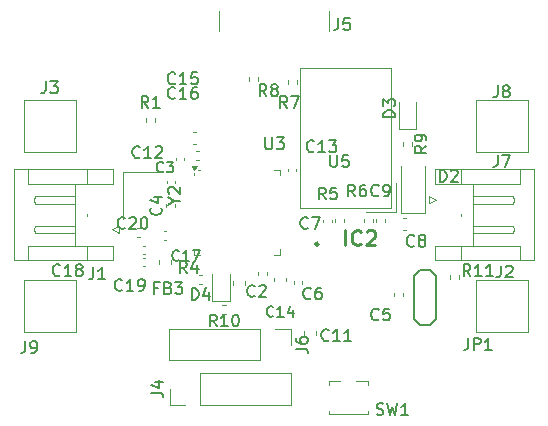
<source format=gbr>
%TF.GenerationSoftware,KiCad,Pcbnew,8.0.2*%
%TF.CreationDate,2024-07-19T14:35:33-04:00*%
%TF.ProjectId,StepperMotorDriver,53746570-7065-4724-9d6f-746f72447269,rev?*%
%TF.SameCoordinates,Original*%
%TF.FileFunction,Legend,Top*%
%TF.FilePolarity,Positive*%
%FSLAX46Y46*%
G04 Gerber Fmt 4.6, Leading zero omitted, Abs format (unit mm)*
G04 Created by KiCad (PCBNEW 8.0.2) date 2024-07-19 14:35:33*
%MOMM*%
%LPD*%
G01*
G04 APERTURE LIST*
%ADD10C,0.150000*%
%ADD11C,0.254000*%
%ADD12C,0.120000*%
%ADD13C,0.250000*%
G04 APERTURE END LIST*
D10*
X125528628Y-103086190D02*
X126004819Y-103086190D01*
X125004819Y-103419523D02*
X125528628Y-103086190D01*
X125528628Y-103086190D02*
X125004819Y-102752857D01*
X125100057Y-102467142D02*
X125052438Y-102419523D01*
X125052438Y-102419523D02*
X125004819Y-102324285D01*
X125004819Y-102324285D02*
X125004819Y-102086190D01*
X125004819Y-102086190D02*
X125052438Y-101990952D01*
X125052438Y-101990952D02*
X125100057Y-101943333D01*
X125100057Y-101943333D02*
X125195295Y-101895714D01*
X125195295Y-101895714D02*
X125290533Y-101895714D01*
X125290533Y-101895714D02*
X125433390Y-101943333D01*
X125433390Y-101943333D02*
X126004819Y-102514761D01*
X126004819Y-102514761D02*
X126004819Y-101895714D01*
X132333333Y-111109580D02*
X132285714Y-111157200D01*
X132285714Y-111157200D02*
X132142857Y-111204819D01*
X132142857Y-111204819D02*
X132047619Y-111204819D01*
X132047619Y-111204819D02*
X131904762Y-111157200D01*
X131904762Y-111157200D02*
X131809524Y-111061961D01*
X131809524Y-111061961D02*
X131761905Y-110966723D01*
X131761905Y-110966723D02*
X131714286Y-110776247D01*
X131714286Y-110776247D02*
X131714286Y-110633390D01*
X131714286Y-110633390D02*
X131761905Y-110442914D01*
X131761905Y-110442914D02*
X131809524Y-110347676D01*
X131809524Y-110347676D02*
X131904762Y-110252438D01*
X131904762Y-110252438D02*
X132047619Y-110204819D01*
X132047619Y-110204819D02*
X132142857Y-110204819D01*
X132142857Y-110204819D02*
X132285714Y-110252438D01*
X132285714Y-110252438D02*
X132333333Y-110300057D01*
X132714286Y-110300057D02*
X132761905Y-110252438D01*
X132761905Y-110252438D02*
X132857143Y-110204819D01*
X132857143Y-110204819D02*
X133095238Y-110204819D01*
X133095238Y-110204819D02*
X133190476Y-110252438D01*
X133190476Y-110252438D02*
X133238095Y-110300057D01*
X133238095Y-110300057D02*
X133285714Y-110395295D01*
X133285714Y-110395295D02*
X133285714Y-110490533D01*
X133285714Y-110490533D02*
X133238095Y-110633390D01*
X133238095Y-110633390D02*
X132666667Y-111204819D01*
X132666667Y-111204819D02*
X133285714Y-111204819D01*
X140833333Y-102704819D02*
X140500000Y-102228628D01*
X140261905Y-102704819D02*
X140261905Y-101704819D01*
X140261905Y-101704819D02*
X140642857Y-101704819D01*
X140642857Y-101704819D02*
X140738095Y-101752438D01*
X140738095Y-101752438D02*
X140785714Y-101800057D01*
X140785714Y-101800057D02*
X140833333Y-101895295D01*
X140833333Y-101895295D02*
X140833333Y-102038152D01*
X140833333Y-102038152D02*
X140785714Y-102133390D01*
X140785714Y-102133390D02*
X140738095Y-102181009D01*
X140738095Y-102181009D02*
X140642857Y-102228628D01*
X140642857Y-102228628D02*
X140261905Y-102228628D01*
X141690476Y-101704819D02*
X141500000Y-101704819D01*
X141500000Y-101704819D02*
X141404762Y-101752438D01*
X141404762Y-101752438D02*
X141357143Y-101800057D01*
X141357143Y-101800057D02*
X141261905Y-101942914D01*
X141261905Y-101942914D02*
X141214286Y-102133390D01*
X141214286Y-102133390D02*
X141214286Y-102514342D01*
X141214286Y-102514342D02*
X141261905Y-102609580D01*
X141261905Y-102609580D02*
X141309524Y-102657200D01*
X141309524Y-102657200D02*
X141404762Y-102704819D01*
X141404762Y-102704819D02*
X141595238Y-102704819D01*
X141595238Y-102704819D02*
X141690476Y-102657200D01*
X141690476Y-102657200D02*
X141738095Y-102609580D01*
X141738095Y-102609580D02*
X141785714Y-102514342D01*
X141785714Y-102514342D02*
X141785714Y-102276247D01*
X141785714Y-102276247D02*
X141738095Y-102181009D01*
X141738095Y-102181009D02*
X141690476Y-102133390D01*
X141690476Y-102133390D02*
X141595238Y-102085771D01*
X141595238Y-102085771D02*
X141404762Y-102085771D01*
X141404762Y-102085771D02*
X141309524Y-102133390D01*
X141309524Y-102133390D02*
X141261905Y-102181009D01*
X141261905Y-102181009D02*
X141214286Y-102276247D01*
X150416666Y-114704819D02*
X150416666Y-115419104D01*
X150416666Y-115419104D02*
X150369047Y-115561961D01*
X150369047Y-115561961D02*
X150273809Y-115657200D01*
X150273809Y-115657200D02*
X150130952Y-115704819D01*
X150130952Y-115704819D02*
X150035714Y-115704819D01*
X150892857Y-115704819D02*
X150892857Y-114704819D01*
X150892857Y-114704819D02*
X151273809Y-114704819D01*
X151273809Y-114704819D02*
X151369047Y-114752438D01*
X151369047Y-114752438D02*
X151416666Y-114800057D01*
X151416666Y-114800057D02*
X151464285Y-114895295D01*
X151464285Y-114895295D02*
X151464285Y-115038152D01*
X151464285Y-115038152D02*
X151416666Y-115133390D01*
X151416666Y-115133390D02*
X151369047Y-115181009D01*
X151369047Y-115181009D02*
X151273809Y-115228628D01*
X151273809Y-115228628D02*
X150892857Y-115228628D01*
X152416666Y-115704819D02*
X151845238Y-115704819D01*
X152130952Y-115704819D02*
X152130952Y-114704819D01*
X152130952Y-114704819D02*
X152035714Y-114847676D01*
X152035714Y-114847676D02*
X151940476Y-114942914D01*
X151940476Y-114942914D02*
X151845238Y-114990533D01*
X129107142Y-113704819D02*
X128773809Y-113228628D01*
X128535714Y-113704819D02*
X128535714Y-112704819D01*
X128535714Y-112704819D02*
X128916666Y-112704819D01*
X128916666Y-112704819D02*
X129011904Y-112752438D01*
X129011904Y-112752438D02*
X129059523Y-112800057D01*
X129059523Y-112800057D02*
X129107142Y-112895295D01*
X129107142Y-112895295D02*
X129107142Y-113038152D01*
X129107142Y-113038152D02*
X129059523Y-113133390D01*
X129059523Y-113133390D02*
X129011904Y-113181009D01*
X129011904Y-113181009D02*
X128916666Y-113228628D01*
X128916666Y-113228628D02*
X128535714Y-113228628D01*
X130059523Y-113704819D02*
X129488095Y-113704819D01*
X129773809Y-113704819D02*
X129773809Y-112704819D01*
X129773809Y-112704819D02*
X129678571Y-112847676D01*
X129678571Y-112847676D02*
X129583333Y-112942914D01*
X129583333Y-112942914D02*
X129488095Y-112990533D01*
X130678571Y-112704819D02*
X130773809Y-112704819D01*
X130773809Y-112704819D02*
X130869047Y-112752438D01*
X130869047Y-112752438D02*
X130916666Y-112800057D01*
X130916666Y-112800057D02*
X130964285Y-112895295D01*
X130964285Y-112895295D02*
X131011904Y-113085771D01*
X131011904Y-113085771D02*
X131011904Y-113323866D01*
X131011904Y-113323866D02*
X130964285Y-113514342D01*
X130964285Y-113514342D02*
X130916666Y-113609580D01*
X130916666Y-113609580D02*
X130869047Y-113657200D01*
X130869047Y-113657200D02*
X130773809Y-113704819D01*
X130773809Y-113704819D02*
X130678571Y-113704819D01*
X130678571Y-113704819D02*
X130583333Y-113657200D01*
X130583333Y-113657200D02*
X130535714Y-113609580D01*
X130535714Y-113609580D02*
X130488095Y-113514342D01*
X130488095Y-113514342D02*
X130440476Y-113323866D01*
X130440476Y-113323866D02*
X130440476Y-113085771D01*
X130440476Y-113085771D02*
X130488095Y-112895295D01*
X130488095Y-112895295D02*
X130535714Y-112800057D01*
X130535714Y-112800057D02*
X130583333Y-112752438D01*
X130583333Y-112752438D02*
X130678571Y-112704819D01*
X153166666Y-108556819D02*
X153166666Y-109271104D01*
X153166666Y-109271104D02*
X153119047Y-109413961D01*
X153119047Y-109413961D02*
X153023809Y-109509200D01*
X153023809Y-109509200D02*
X152880952Y-109556819D01*
X152880952Y-109556819D02*
X152785714Y-109556819D01*
X153595238Y-108652057D02*
X153642857Y-108604438D01*
X153642857Y-108604438D02*
X153738095Y-108556819D01*
X153738095Y-108556819D02*
X153976190Y-108556819D01*
X153976190Y-108556819D02*
X154071428Y-108604438D01*
X154071428Y-108604438D02*
X154119047Y-108652057D01*
X154119047Y-108652057D02*
X154166666Y-108747295D01*
X154166666Y-108747295D02*
X154166666Y-108842533D01*
X154166666Y-108842533D02*
X154119047Y-108985390D01*
X154119047Y-108985390D02*
X153547619Y-109556819D01*
X153547619Y-109556819D02*
X154166666Y-109556819D01*
X121107142Y-110609580D02*
X121059523Y-110657200D01*
X121059523Y-110657200D02*
X120916666Y-110704819D01*
X120916666Y-110704819D02*
X120821428Y-110704819D01*
X120821428Y-110704819D02*
X120678571Y-110657200D01*
X120678571Y-110657200D02*
X120583333Y-110561961D01*
X120583333Y-110561961D02*
X120535714Y-110466723D01*
X120535714Y-110466723D02*
X120488095Y-110276247D01*
X120488095Y-110276247D02*
X120488095Y-110133390D01*
X120488095Y-110133390D02*
X120535714Y-109942914D01*
X120535714Y-109942914D02*
X120583333Y-109847676D01*
X120583333Y-109847676D02*
X120678571Y-109752438D01*
X120678571Y-109752438D02*
X120821428Y-109704819D01*
X120821428Y-109704819D02*
X120916666Y-109704819D01*
X120916666Y-109704819D02*
X121059523Y-109752438D01*
X121059523Y-109752438D02*
X121107142Y-109800057D01*
X122059523Y-110704819D02*
X121488095Y-110704819D01*
X121773809Y-110704819D02*
X121773809Y-109704819D01*
X121773809Y-109704819D02*
X121678571Y-109847676D01*
X121678571Y-109847676D02*
X121583333Y-109942914D01*
X121583333Y-109942914D02*
X121488095Y-109990533D01*
X122535714Y-110704819D02*
X122726190Y-110704819D01*
X122726190Y-110704819D02*
X122821428Y-110657200D01*
X122821428Y-110657200D02*
X122869047Y-110609580D01*
X122869047Y-110609580D02*
X122964285Y-110466723D01*
X122964285Y-110466723D02*
X123011904Y-110276247D01*
X123011904Y-110276247D02*
X123011904Y-109895295D01*
X123011904Y-109895295D02*
X122964285Y-109800057D01*
X122964285Y-109800057D02*
X122916666Y-109752438D01*
X122916666Y-109752438D02*
X122821428Y-109704819D01*
X122821428Y-109704819D02*
X122630952Y-109704819D01*
X122630952Y-109704819D02*
X122535714Y-109752438D01*
X122535714Y-109752438D02*
X122488095Y-109800057D01*
X122488095Y-109800057D02*
X122440476Y-109895295D01*
X122440476Y-109895295D02*
X122440476Y-110133390D01*
X122440476Y-110133390D02*
X122488095Y-110228628D01*
X122488095Y-110228628D02*
X122535714Y-110276247D01*
X122535714Y-110276247D02*
X122630952Y-110323866D01*
X122630952Y-110323866D02*
X122821428Y-110323866D01*
X122821428Y-110323866D02*
X122916666Y-110276247D01*
X122916666Y-110276247D02*
X122964285Y-110228628D01*
X122964285Y-110228628D02*
X123011904Y-110133390D01*
X126583333Y-109204819D02*
X126250000Y-108728628D01*
X126011905Y-109204819D02*
X126011905Y-108204819D01*
X126011905Y-108204819D02*
X126392857Y-108204819D01*
X126392857Y-108204819D02*
X126488095Y-108252438D01*
X126488095Y-108252438D02*
X126535714Y-108300057D01*
X126535714Y-108300057D02*
X126583333Y-108395295D01*
X126583333Y-108395295D02*
X126583333Y-108538152D01*
X126583333Y-108538152D02*
X126535714Y-108633390D01*
X126535714Y-108633390D02*
X126488095Y-108681009D01*
X126488095Y-108681009D02*
X126392857Y-108728628D01*
X126392857Y-108728628D02*
X126011905Y-108728628D01*
X127440476Y-108538152D02*
X127440476Y-109204819D01*
X127202381Y-108157200D02*
X126964286Y-108871485D01*
X126964286Y-108871485D02*
X127583333Y-108871485D01*
X152916666Y-99204819D02*
X152916666Y-99919104D01*
X152916666Y-99919104D02*
X152869047Y-100061961D01*
X152869047Y-100061961D02*
X152773809Y-100157200D01*
X152773809Y-100157200D02*
X152630952Y-100204819D01*
X152630952Y-100204819D02*
X152535714Y-100204819D01*
X153297619Y-99204819D02*
X153964285Y-99204819D01*
X153964285Y-99204819D02*
X153535714Y-100204819D01*
X148011905Y-101454819D02*
X148011905Y-100454819D01*
X148011905Y-100454819D02*
X148250000Y-100454819D01*
X148250000Y-100454819D02*
X148392857Y-100502438D01*
X148392857Y-100502438D02*
X148488095Y-100597676D01*
X148488095Y-100597676D02*
X148535714Y-100692914D01*
X148535714Y-100692914D02*
X148583333Y-100883390D01*
X148583333Y-100883390D02*
X148583333Y-101026247D01*
X148583333Y-101026247D02*
X148535714Y-101216723D01*
X148535714Y-101216723D02*
X148488095Y-101311961D01*
X148488095Y-101311961D02*
X148392857Y-101407200D01*
X148392857Y-101407200D02*
X148250000Y-101454819D01*
X148250000Y-101454819D02*
X148011905Y-101454819D01*
X148964286Y-100550057D02*
X149011905Y-100502438D01*
X149011905Y-100502438D02*
X149107143Y-100454819D01*
X149107143Y-100454819D02*
X149345238Y-100454819D01*
X149345238Y-100454819D02*
X149440476Y-100502438D01*
X149440476Y-100502438D02*
X149488095Y-100550057D01*
X149488095Y-100550057D02*
X149535714Y-100645295D01*
X149535714Y-100645295D02*
X149535714Y-100740533D01*
X149535714Y-100740533D02*
X149488095Y-100883390D01*
X149488095Y-100883390D02*
X148916667Y-101454819D01*
X148916667Y-101454819D02*
X149535714Y-101454819D01*
X142833333Y-113109580D02*
X142785714Y-113157200D01*
X142785714Y-113157200D02*
X142642857Y-113204819D01*
X142642857Y-113204819D02*
X142547619Y-113204819D01*
X142547619Y-113204819D02*
X142404762Y-113157200D01*
X142404762Y-113157200D02*
X142309524Y-113061961D01*
X142309524Y-113061961D02*
X142261905Y-112966723D01*
X142261905Y-112966723D02*
X142214286Y-112776247D01*
X142214286Y-112776247D02*
X142214286Y-112633390D01*
X142214286Y-112633390D02*
X142261905Y-112442914D01*
X142261905Y-112442914D02*
X142309524Y-112347676D01*
X142309524Y-112347676D02*
X142404762Y-112252438D01*
X142404762Y-112252438D02*
X142547619Y-112204819D01*
X142547619Y-112204819D02*
X142642857Y-112204819D01*
X142642857Y-112204819D02*
X142785714Y-112252438D01*
X142785714Y-112252438D02*
X142833333Y-112300057D01*
X143738095Y-112204819D02*
X143261905Y-112204819D01*
X143261905Y-112204819D02*
X143214286Y-112681009D01*
X143214286Y-112681009D02*
X143261905Y-112633390D01*
X143261905Y-112633390D02*
X143357143Y-112585771D01*
X143357143Y-112585771D02*
X143595238Y-112585771D01*
X143595238Y-112585771D02*
X143690476Y-112633390D01*
X143690476Y-112633390D02*
X143738095Y-112681009D01*
X143738095Y-112681009D02*
X143785714Y-112776247D01*
X143785714Y-112776247D02*
X143785714Y-113014342D01*
X143785714Y-113014342D02*
X143738095Y-113109580D01*
X143738095Y-113109580D02*
X143690476Y-113157200D01*
X143690476Y-113157200D02*
X143595238Y-113204819D01*
X143595238Y-113204819D02*
X143357143Y-113204819D01*
X143357143Y-113204819D02*
X143261905Y-113157200D01*
X143261905Y-113157200D02*
X143214286Y-113109580D01*
X123333333Y-95204819D02*
X123000000Y-94728628D01*
X122761905Y-95204819D02*
X122761905Y-94204819D01*
X122761905Y-94204819D02*
X123142857Y-94204819D01*
X123142857Y-94204819D02*
X123238095Y-94252438D01*
X123238095Y-94252438D02*
X123285714Y-94300057D01*
X123285714Y-94300057D02*
X123333333Y-94395295D01*
X123333333Y-94395295D02*
X123333333Y-94538152D01*
X123333333Y-94538152D02*
X123285714Y-94633390D01*
X123285714Y-94633390D02*
X123238095Y-94681009D01*
X123238095Y-94681009D02*
X123142857Y-94728628D01*
X123142857Y-94728628D02*
X122761905Y-94728628D01*
X124285714Y-95204819D02*
X123714286Y-95204819D01*
X124000000Y-95204819D02*
X124000000Y-94204819D01*
X124000000Y-94204819D02*
X123904762Y-94347676D01*
X123904762Y-94347676D02*
X123809524Y-94442914D01*
X123809524Y-94442914D02*
X123714286Y-94490533D01*
X137357142Y-98859580D02*
X137309523Y-98907200D01*
X137309523Y-98907200D02*
X137166666Y-98954819D01*
X137166666Y-98954819D02*
X137071428Y-98954819D01*
X137071428Y-98954819D02*
X136928571Y-98907200D01*
X136928571Y-98907200D02*
X136833333Y-98811961D01*
X136833333Y-98811961D02*
X136785714Y-98716723D01*
X136785714Y-98716723D02*
X136738095Y-98526247D01*
X136738095Y-98526247D02*
X136738095Y-98383390D01*
X136738095Y-98383390D02*
X136785714Y-98192914D01*
X136785714Y-98192914D02*
X136833333Y-98097676D01*
X136833333Y-98097676D02*
X136928571Y-98002438D01*
X136928571Y-98002438D02*
X137071428Y-97954819D01*
X137071428Y-97954819D02*
X137166666Y-97954819D01*
X137166666Y-97954819D02*
X137309523Y-98002438D01*
X137309523Y-98002438D02*
X137357142Y-98050057D01*
X138309523Y-98954819D02*
X137738095Y-98954819D01*
X138023809Y-98954819D02*
X138023809Y-97954819D01*
X138023809Y-97954819D02*
X137928571Y-98097676D01*
X137928571Y-98097676D02*
X137833333Y-98192914D01*
X137833333Y-98192914D02*
X137738095Y-98240533D01*
X138642857Y-97954819D02*
X139261904Y-97954819D01*
X139261904Y-97954819D02*
X138928571Y-98335771D01*
X138928571Y-98335771D02*
X139071428Y-98335771D01*
X139071428Y-98335771D02*
X139166666Y-98383390D01*
X139166666Y-98383390D02*
X139214285Y-98431009D01*
X139214285Y-98431009D02*
X139261904Y-98526247D01*
X139261904Y-98526247D02*
X139261904Y-98764342D01*
X139261904Y-98764342D02*
X139214285Y-98859580D01*
X139214285Y-98859580D02*
X139166666Y-98907200D01*
X139166666Y-98907200D02*
X139071428Y-98954819D01*
X139071428Y-98954819D02*
X138785714Y-98954819D01*
X138785714Y-98954819D02*
X138690476Y-98907200D01*
X138690476Y-98907200D02*
X138642857Y-98859580D01*
X122607142Y-99359580D02*
X122559523Y-99407200D01*
X122559523Y-99407200D02*
X122416666Y-99454819D01*
X122416666Y-99454819D02*
X122321428Y-99454819D01*
X122321428Y-99454819D02*
X122178571Y-99407200D01*
X122178571Y-99407200D02*
X122083333Y-99311961D01*
X122083333Y-99311961D02*
X122035714Y-99216723D01*
X122035714Y-99216723D02*
X121988095Y-99026247D01*
X121988095Y-99026247D02*
X121988095Y-98883390D01*
X121988095Y-98883390D02*
X122035714Y-98692914D01*
X122035714Y-98692914D02*
X122083333Y-98597676D01*
X122083333Y-98597676D02*
X122178571Y-98502438D01*
X122178571Y-98502438D02*
X122321428Y-98454819D01*
X122321428Y-98454819D02*
X122416666Y-98454819D01*
X122416666Y-98454819D02*
X122559523Y-98502438D01*
X122559523Y-98502438D02*
X122607142Y-98550057D01*
X123559523Y-99454819D02*
X122988095Y-99454819D01*
X123273809Y-99454819D02*
X123273809Y-98454819D01*
X123273809Y-98454819D02*
X123178571Y-98597676D01*
X123178571Y-98597676D02*
X123083333Y-98692914D01*
X123083333Y-98692914D02*
X122988095Y-98740533D01*
X123940476Y-98550057D02*
X123988095Y-98502438D01*
X123988095Y-98502438D02*
X124083333Y-98454819D01*
X124083333Y-98454819D02*
X124321428Y-98454819D01*
X124321428Y-98454819D02*
X124416666Y-98502438D01*
X124416666Y-98502438D02*
X124464285Y-98550057D01*
X124464285Y-98550057D02*
X124511904Y-98645295D01*
X124511904Y-98645295D02*
X124511904Y-98740533D01*
X124511904Y-98740533D02*
X124464285Y-98883390D01*
X124464285Y-98883390D02*
X123892857Y-99454819D01*
X123892857Y-99454819D02*
X124511904Y-99454819D01*
X142666667Y-121157200D02*
X142809524Y-121204819D01*
X142809524Y-121204819D02*
X143047619Y-121204819D01*
X143047619Y-121204819D02*
X143142857Y-121157200D01*
X143142857Y-121157200D02*
X143190476Y-121109580D01*
X143190476Y-121109580D02*
X143238095Y-121014342D01*
X143238095Y-121014342D02*
X143238095Y-120919104D01*
X143238095Y-120919104D02*
X143190476Y-120823866D01*
X143190476Y-120823866D02*
X143142857Y-120776247D01*
X143142857Y-120776247D02*
X143047619Y-120728628D01*
X143047619Y-120728628D02*
X142857143Y-120681009D01*
X142857143Y-120681009D02*
X142761905Y-120633390D01*
X142761905Y-120633390D02*
X142714286Y-120585771D01*
X142714286Y-120585771D02*
X142666667Y-120490533D01*
X142666667Y-120490533D02*
X142666667Y-120395295D01*
X142666667Y-120395295D02*
X142714286Y-120300057D01*
X142714286Y-120300057D02*
X142761905Y-120252438D01*
X142761905Y-120252438D02*
X142857143Y-120204819D01*
X142857143Y-120204819D02*
X143095238Y-120204819D01*
X143095238Y-120204819D02*
X143238095Y-120252438D01*
X143571429Y-120204819D02*
X143809524Y-121204819D01*
X143809524Y-121204819D02*
X144000000Y-120490533D01*
X144000000Y-120490533D02*
X144190476Y-121204819D01*
X144190476Y-121204819D02*
X144428572Y-120204819D01*
X145333333Y-121204819D02*
X144761905Y-121204819D01*
X145047619Y-121204819D02*
X145047619Y-120204819D01*
X145047619Y-120204819D02*
X144952381Y-120347676D01*
X144952381Y-120347676D02*
X144857143Y-120442914D01*
X144857143Y-120442914D02*
X144761905Y-120490533D01*
X146874819Y-98416666D02*
X146398628Y-98749999D01*
X146874819Y-98988094D02*
X145874819Y-98988094D01*
X145874819Y-98988094D02*
X145874819Y-98607142D01*
X145874819Y-98607142D02*
X145922438Y-98511904D01*
X145922438Y-98511904D02*
X145970057Y-98464285D01*
X145970057Y-98464285D02*
X146065295Y-98416666D01*
X146065295Y-98416666D02*
X146208152Y-98416666D01*
X146208152Y-98416666D02*
X146303390Y-98464285D01*
X146303390Y-98464285D02*
X146351009Y-98511904D01*
X146351009Y-98511904D02*
X146398628Y-98607142D01*
X146398628Y-98607142D02*
X146398628Y-98988094D01*
X146874819Y-97940475D02*
X146874819Y-97749999D01*
X146874819Y-97749999D02*
X146827200Y-97654761D01*
X146827200Y-97654761D02*
X146779580Y-97607142D01*
X146779580Y-97607142D02*
X146636723Y-97511904D01*
X146636723Y-97511904D02*
X146446247Y-97464285D01*
X146446247Y-97464285D02*
X146065295Y-97464285D01*
X146065295Y-97464285D02*
X145970057Y-97511904D01*
X145970057Y-97511904D02*
X145922438Y-97559523D01*
X145922438Y-97559523D02*
X145874819Y-97654761D01*
X145874819Y-97654761D02*
X145874819Y-97845237D01*
X145874819Y-97845237D02*
X145922438Y-97940475D01*
X145922438Y-97940475D02*
X145970057Y-97988094D01*
X145970057Y-97988094D02*
X146065295Y-98035713D01*
X146065295Y-98035713D02*
X146303390Y-98035713D01*
X146303390Y-98035713D02*
X146398628Y-97988094D01*
X146398628Y-97988094D02*
X146446247Y-97940475D01*
X146446247Y-97940475D02*
X146493866Y-97845237D01*
X146493866Y-97845237D02*
X146493866Y-97654761D01*
X146493866Y-97654761D02*
X146446247Y-97559523D01*
X146446247Y-97559523D02*
X146398628Y-97511904D01*
X146398628Y-97511904D02*
X146303390Y-97464285D01*
X145833333Y-106859580D02*
X145785714Y-106907200D01*
X145785714Y-106907200D02*
X145642857Y-106954819D01*
X145642857Y-106954819D02*
X145547619Y-106954819D01*
X145547619Y-106954819D02*
X145404762Y-106907200D01*
X145404762Y-106907200D02*
X145309524Y-106811961D01*
X145309524Y-106811961D02*
X145261905Y-106716723D01*
X145261905Y-106716723D02*
X145214286Y-106526247D01*
X145214286Y-106526247D02*
X145214286Y-106383390D01*
X145214286Y-106383390D02*
X145261905Y-106192914D01*
X145261905Y-106192914D02*
X145309524Y-106097676D01*
X145309524Y-106097676D02*
X145404762Y-106002438D01*
X145404762Y-106002438D02*
X145547619Y-105954819D01*
X145547619Y-105954819D02*
X145642857Y-105954819D01*
X145642857Y-105954819D02*
X145785714Y-106002438D01*
X145785714Y-106002438D02*
X145833333Y-106050057D01*
X146404762Y-106383390D02*
X146309524Y-106335771D01*
X146309524Y-106335771D02*
X146261905Y-106288152D01*
X146261905Y-106288152D02*
X146214286Y-106192914D01*
X146214286Y-106192914D02*
X146214286Y-106145295D01*
X146214286Y-106145295D02*
X146261905Y-106050057D01*
X146261905Y-106050057D02*
X146309524Y-106002438D01*
X146309524Y-106002438D02*
X146404762Y-105954819D01*
X146404762Y-105954819D02*
X146595238Y-105954819D01*
X146595238Y-105954819D02*
X146690476Y-106002438D01*
X146690476Y-106002438D02*
X146738095Y-106050057D01*
X146738095Y-106050057D02*
X146785714Y-106145295D01*
X146785714Y-106145295D02*
X146785714Y-106192914D01*
X146785714Y-106192914D02*
X146738095Y-106288152D01*
X146738095Y-106288152D02*
X146690476Y-106335771D01*
X146690476Y-106335771D02*
X146595238Y-106383390D01*
X146595238Y-106383390D02*
X146404762Y-106383390D01*
X146404762Y-106383390D02*
X146309524Y-106431009D01*
X146309524Y-106431009D02*
X146261905Y-106478628D01*
X146261905Y-106478628D02*
X146214286Y-106573866D01*
X146214286Y-106573866D02*
X146214286Y-106764342D01*
X146214286Y-106764342D02*
X146261905Y-106859580D01*
X146261905Y-106859580D02*
X146309524Y-106907200D01*
X146309524Y-106907200D02*
X146404762Y-106954819D01*
X146404762Y-106954819D02*
X146595238Y-106954819D01*
X146595238Y-106954819D02*
X146690476Y-106907200D01*
X146690476Y-106907200D02*
X146738095Y-106859580D01*
X146738095Y-106859580D02*
X146785714Y-106764342D01*
X146785714Y-106764342D02*
X146785714Y-106573866D01*
X146785714Y-106573866D02*
X146738095Y-106478628D01*
X146738095Y-106478628D02*
X146690476Y-106431009D01*
X146690476Y-106431009D02*
X146595238Y-106383390D01*
X124166666Y-110431009D02*
X123833333Y-110431009D01*
X123833333Y-110954819D02*
X123833333Y-109954819D01*
X123833333Y-109954819D02*
X124309523Y-109954819D01*
X125023809Y-110431009D02*
X125166666Y-110478628D01*
X125166666Y-110478628D02*
X125214285Y-110526247D01*
X125214285Y-110526247D02*
X125261904Y-110621485D01*
X125261904Y-110621485D02*
X125261904Y-110764342D01*
X125261904Y-110764342D02*
X125214285Y-110859580D01*
X125214285Y-110859580D02*
X125166666Y-110907200D01*
X125166666Y-110907200D02*
X125071428Y-110954819D01*
X125071428Y-110954819D02*
X124690476Y-110954819D01*
X124690476Y-110954819D02*
X124690476Y-109954819D01*
X124690476Y-109954819D02*
X125023809Y-109954819D01*
X125023809Y-109954819D02*
X125119047Y-110002438D01*
X125119047Y-110002438D02*
X125166666Y-110050057D01*
X125166666Y-110050057D02*
X125214285Y-110145295D01*
X125214285Y-110145295D02*
X125214285Y-110240533D01*
X125214285Y-110240533D02*
X125166666Y-110335771D01*
X125166666Y-110335771D02*
X125119047Y-110383390D01*
X125119047Y-110383390D02*
X125023809Y-110431009D01*
X125023809Y-110431009D02*
X124690476Y-110431009D01*
X125595238Y-109954819D02*
X126214285Y-109954819D01*
X126214285Y-109954819D02*
X125880952Y-110335771D01*
X125880952Y-110335771D02*
X126023809Y-110335771D01*
X126023809Y-110335771D02*
X126119047Y-110383390D01*
X126119047Y-110383390D02*
X126166666Y-110431009D01*
X126166666Y-110431009D02*
X126214285Y-110526247D01*
X126214285Y-110526247D02*
X126214285Y-110764342D01*
X126214285Y-110764342D02*
X126166666Y-110859580D01*
X126166666Y-110859580D02*
X126119047Y-110907200D01*
X126119047Y-110907200D02*
X126023809Y-110954819D01*
X126023809Y-110954819D02*
X125738095Y-110954819D01*
X125738095Y-110954819D02*
X125642857Y-110907200D01*
X125642857Y-110907200D02*
X125595238Y-110859580D01*
X136833333Y-105359580D02*
X136785714Y-105407200D01*
X136785714Y-105407200D02*
X136642857Y-105454819D01*
X136642857Y-105454819D02*
X136547619Y-105454819D01*
X136547619Y-105454819D02*
X136404762Y-105407200D01*
X136404762Y-105407200D02*
X136309524Y-105311961D01*
X136309524Y-105311961D02*
X136261905Y-105216723D01*
X136261905Y-105216723D02*
X136214286Y-105026247D01*
X136214286Y-105026247D02*
X136214286Y-104883390D01*
X136214286Y-104883390D02*
X136261905Y-104692914D01*
X136261905Y-104692914D02*
X136309524Y-104597676D01*
X136309524Y-104597676D02*
X136404762Y-104502438D01*
X136404762Y-104502438D02*
X136547619Y-104454819D01*
X136547619Y-104454819D02*
X136642857Y-104454819D01*
X136642857Y-104454819D02*
X136785714Y-104502438D01*
X136785714Y-104502438D02*
X136833333Y-104550057D01*
X137166667Y-104454819D02*
X137833333Y-104454819D01*
X137833333Y-104454819D02*
X137404762Y-105454819D01*
X112916666Y-114954819D02*
X112916666Y-115669104D01*
X112916666Y-115669104D02*
X112869047Y-115811961D01*
X112869047Y-115811961D02*
X112773809Y-115907200D01*
X112773809Y-115907200D02*
X112630952Y-115954819D01*
X112630952Y-115954819D02*
X112535714Y-115954819D01*
X113440476Y-115954819D02*
X113630952Y-115954819D01*
X113630952Y-115954819D02*
X113726190Y-115907200D01*
X113726190Y-115907200D02*
X113773809Y-115859580D01*
X113773809Y-115859580D02*
X113869047Y-115716723D01*
X113869047Y-115716723D02*
X113916666Y-115526247D01*
X113916666Y-115526247D02*
X113916666Y-115145295D01*
X113916666Y-115145295D02*
X113869047Y-115050057D01*
X113869047Y-115050057D02*
X113821428Y-115002438D01*
X113821428Y-115002438D02*
X113726190Y-114954819D01*
X113726190Y-114954819D02*
X113535714Y-114954819D01*
X113535714Y-114954819D02*
X113440476Y-115002438D01*
X113440476Y-115002438D02*
X113392857Y-115050057D01*
X113392857Y-115050057D02*
X113345238Y-115145295D01*
X113345238Y-115145295D02*
X113345238Y-115383390D01*
X113345238Y-115383390D02*
X113392857Y-115478628D01*
X113392857Y-115478628D02*
X113440476Y-115526247D01*
X113440476Y-115526247D02*
X113535714Y-115573866D01*
X113535714Y-115573866D02*
X113726190Y-115573866D01*
X113726190Y-115573866D02*
X113821428Y-115526247D01*
X113821428Y-115526247D02*
X113869047Y-115478628D01*
X113869047Y-115478628D02*
X113916666Y-115383390D01*
X152916666Y-93306819D02*
X152916666Y-94021104D01*
X152916666Y-94021104D02*
X152869047Y-94163961D01*
X152869047Y-94163961D02*
X152773809Y-94259200D01*
X152773809Y-94259200D02*
X152630952Y-94306819D01*
X152630952Y-94306819D02*
X152535714Y-94306819D01*
X153535714Y-93735390D02*
X153440476Y-93687771D01*
X153440476Y-93687771D02*
X153392857Y-93640152D01*
X153392857Y-93640152D02*
X153345238Y-93544914D01*
X153345238Y-93544914D02*
X153345238Y-93497295D01*
X153345238Y-93497295D02*
X153392857Y-93402057D01*
X153392857Y-93402057D02*
X153440476Y-93354438D01*
X153440476Y-93354438D02*
X153535714Y-93306819D01*
X153535714Y-93306819D02*
X153726190Y-93306819D01*
X153726190Y-93306819D02*
X153821428Y-93354438D01*
X153821428Y-93354438D02*
X153869047Y-93402057D01*
X153869047Y-93402057D02*
X153916666Y-93497295D01*
X153916666Y-93497295D02*
X153916666Y-93544914D01*
X153916666Y-93544914D02*
X153869047Y-93640152D01*
X153869047Y-93640152D02*
X153821428Y-93687771D01*
X153821428Y-93687771D02*
X153726190Y-93735390D01*
X153726190Y-93735390D02*
X153535714Y-93735390D01*
X153535714Y-93735390D02*
X153440476Y-93783009D01*
X153440476Y-93783009D02*
X153392857Y-93830628D01*
X153392857Y-93830628D02*
X153345238Y-93925866D01*
X153345238Y-93925866D02*
X153345238Y-94116342D01*
X153345238Y-94116342D02*
X153392857Y-94211580D01*
X153392857Y-94211580D02*
X153440476Y-94259200D01*
X153440476Y-94259200D02*
X153535714Y-94306819D01*
X153535714Y-94306819D02*
X153726190Y-94306819D01*
X153726190Y-94306819D02*
X153821428Y-94259200D01*
X153821428Y-94259200D02*
X153869047Y-94211580D01*
X153869047Y-94211580D02*
X153916666Y-94116342D01*
X153916666Y-94116342D02*
X153916666Y-93925866D01*
X153916666Y-93925866D02*
X153869047Y-93830628D01*
X153869047Y-93830628D02*
X153821428Y-93783009D01*
X153821428Y-93783009D02*
X153726190Y-93735390D01*
X118666666Y-108704819D02*
X118666666Y-109419104D01*
X118666666Y-109419104D02*
X118619047Y-109561961D01*
X118619047Y-109561961D02*
X118523809Y-109657200D01*
X118523809Y-109657200D02*
X118380952Y-109704819D01*
X118380952Y-109704819D02*
X118285714Y-109704819D01*
X119666666Y-109704819D02*
X119095238Y-109704819D01*
X119380952Y-109704819D02*
X119380952Y-108704819D01*
X119380952Y-108704819D02*
X119285714Y-108847676D01*
X119285714Y-108847676D02*
X119190476Y-108942914D01*
X119190476Y-108942914D02*
X119095238Y-108990533D01*
X137083333Y-111319580D02*
X137035714Y-111367200D01*
X137035714Y-111367200D02*
X136892857Y-111414819D01*
X136892857Y-111414819D02*
X136797619Y-111414819D01*
X136797619Y-111414819D02*
X136654762Y-111367200D01*
X136654762Y-111367200D02*
X136559524Y-111271961D01*
X136559524Y-111271961D02*
X136511905Y-111176723D01*
X136511905Y-111176723D02*
X136464286Y-110986247D01*
X136464286Y-110986247D02*
X136464286Y-110843390D01*
X136464286Y-110843390D02*
X136511905Y-110652914D01*
X136511905Y-110652914D02*
X136559524Y-110557676D01*
X136559524Y-110557676D02*
X136654762Y-110462438D01*
X136654762Y-110462438D02*
X136797619Y-110414819D01*
X136797619Y-110414819D02*
X136892857Y-110414819D01*
X136892857Y-110414819D02*
X137035714Y-110462438D01*
X137035714Y-110462438D02*
X137083333Y-110510057D01*
X137940476Y-110414819D02*
X137750000Y-110414819D01*
X137750000Y-110414819D02*
X137654762Y-110462438D01*
X137654762Y-110462438D02*
X137607143Y-110510057D01*
X137607143Y-110510057D02*
X137511905Y-110652914D01*
X137511905Y-110652914D02*
X137464286Y-110843390D01*
X137464286Y-110843390D02*
X137464286Y-111224342D01*
X137464286Y-111224342D02*
X137511905Y-111319580D01*
X137511905Y-111319580D02*
X137559524Y-111367200D01*
X137559524Y-111367200D02*
X137654762Y-111414819D01*
X137654762Y-111414819D02*
X137845238Y-111414819D01*
X137845238Y-111414819D02*
X137940476Y-111367200D01*
X137940476Y-111367200D02*
X137988095Y-111319580D01*
X137988095Y-111319580D02*
X138035714Y-111224342D01*
X138035714Y-111224342D02*
X138035714Y-110986247D01*
X138035714Y-110986247D02*
X137988095Y-110891009D01*
X137988095Y-110891009D02*
X137940476Y-110843390D01*
X137940476Y-110843390D02*
X137845238Y-110795771D01*
X137845238Y-110795771D02*
X137654762Y-110795771D01*
X137654762Y-110795771D02*
X137559524Y-110843390D01*
X137559524Y-110843390D02*
X137511905Y-110891009D01*
X137511905Y-110891009D02*
X137464286Y-110986247D01*
X135083333Y-95224819D02*
X134750000Y-94748628D01*
X134511905Y-95224819D02*
X134511905Y-94224819D01*
X134511905Y-94224819D02*
X134892857Y-94224819D01*
X134892857Y-94224819D02*
X134988095Y-94272438D01*
X134988095Y-94272438D02*
X135035714Y-94320057D01*
X135035714Y-94320057D02*
X135083333Y-94415295D01*
X135083333Y-94415295D02*
X135083333Y-94558152D01*
X135083333Y-94558152D02*
X135035714Y-94653390D01*
X135035714Y-94653390D02*
X134988095Y-94701009D01*
X134988095Y-94701009D02*
X134892857Y-94748628D01*
X134892857Y-94748628D02*
X134511905Y-94748628D01*
X135416667Y-94224819D02*
X136083333Y-94224819D01*
X136083333Y-94224819D02*
X135654762Y-95224819D01*
X138333333Y-102954819D02*
X138000000Y-102478628D01*
X137761905Y-102954819D02*
X137761905Y-101954819D01*
X137761905Y-101954819D02*
X138142857Y-101954819D01*
X138142857Y-101954819D02*
X138238095Y-102002438D01*
X138238095Y-102002438D02*
X138285714Y-102050057D01*
X138285714Y-102050057D02*
X138333333Y-102145295D01*
X138333333Y-102145295D02*
X138333333Y-102288152D01*
X138333333Y-102288152D02*
X138285714Y-102383390D01*
X138285714Y-102383390D02*
X138238095Y-102431009D01*
X138238095Y-102431009D02*
X138142857Y-102478628D01*
X138142857Y-102478628D02*
X137761905Y-102478628D01*
X139238095Y-101954819D02*
X138761905Y-101954819D01*
X138761905Y-101954819D02*
X138714286Y-102431009D01*
X138714286Y-102431009D02*
X138761905Y-102383390D01*
X138761905Y-102383390D02*
X138857143Y-102335771D01*
X138857143Y-102335771D02*
X139095238Y-102335771D01*
X139095238Y-102335771D02*
X139190476Y-102383390D01*
X139190476Y-102383390D02*
X139238095Y-102431009D01*
X139238095Y-102431009D02*
X139285714Y-102526247D01*
X139285714Y-102526247D02*
X139285714Y-102764342D01*
X139285714Y-102764342D02*
X139238095Y-102859580D01*
X139238095Y-102859580D02*
X139190476Y-102907200D01*
X139190476Y-102907200D02*
X139095238Y-102954819D01*
X139095238Y-102954819D02*
X138857143Y-102954819D01*
X138857143Y-102954819D02*
X138761905Y-102907200D01*
X138761905Y-102907200D02*
X138714286Y-102859580D01*
X124600000Y-100572842D02*
X124557143Y-100615700D01*
X124557143Y-100615700D02*
X124428571Y-100658557D01*
X124428571Y-100658557D02*
X124342857Y-100658557D01*
X124342857Y-100658557D02*
X124214286Y-100615700D01*
X124214286Y-100615700D02*
X124128571Y-100529985D01*
X124128571Y-100529985D02*
X124085714Y-100444271D01*
X124085714Y-100444271D02*
X124042857Y-100272842D01*
X124042857Y-100272842D02*
X124042857Y-100144271D01*
X124042857Y-100144271D02*
X124085714Y-99972842D01*
X124085714Y-99972842D02*
X124128571Y-99887128D01*
X124128571Y-99887128D02*
X124214286Y-99801414D01*
X124214286Y-99801414D02*
X124342857Y-99758557D01*
X124342857Y-99758557D02*
X124428571Y-99758557D01*
X124428571Y-99758557D02*
X124557143Y-99801414D01*
X124557143Y-99801414D02*
X124600000Y-99844271D01*
X124900000Y-99758557D02*
X125457143Y-99758557D01*
X125457143Y-99758557D02*
X125157143Y-100101414D01*
X125157143Y-100101414D02*
X125285714Y-100101414D01*
X125285714Y-100101414D02*
X125371429Y-100144271D01*
X125371429Y-100144271D02*
X125414286Y-100187128D01*
X125414286Y-100187128D02*
X125457143Y-100272842D01*
X125457143Y-100272842D02*
X125457143Y-100487128D01*
X125457143Y-100487128D02*
X125414286Y-100572842D01*
X125414286Y-100572842D02*
X125371429Y-100615700D01*
X125371429Y-100615700D02*
X125285714Y-100658557D01*
X125285714Y-100658557D02*
X125028571Y-100658557D01*
X125028571Y-100658557D02*
X124942857Y-100615700D01*
X124942857Y-100615700D02*
X124900000Y-100572842D01*
X114666666Y-92954819D02*
X114666666Y-93669104D01*
X114666666Y-93669104D02*
X114619047Y-93811961D01*
X114619047Y-93811961D02*
X114523809Y-93907200D01*
X114523809Y-93907200D02*
X114380952Y-93954819D01*
X114380952Y-93954819D02*
X114285714Y-93954819D01*
X115047619Y-92954819D02*
X115666666Y-92954819D01*
X115666666Y-92954819D02*
X115333333Y-93335771D01*
X115333333Y-93335771D02*
X115476190Y-93335771D01*
X115476190Y-93335771D02*
X115571428Y-93383390D01*
X115571428Y-93383390D02*
X115619047Y-93431009D01*
X115619047Y-93431009D02*
X115666666Y-93526247D01*
X115666666Y-93526247D02*
X115666666Y-93764342D01*
X115666666Y-93764342D02*
X115619047Y-93859580D01*
X115619047Y-93859580D02*
X115571428Y-93907200D01*
X115571428Y-93907200D02*
X115476190Y-93954819D01*
X115476190Y-93954819D02*
X115190476Y-93954819D01*
X115190476Y-93954819D02*
X115095238Y-93907200D01*
X115095238Y-93907200D02*
X115047619Y-93859580D01*
X115857142Y-109359580D02*
X115809523Y-109407200D01*
X115809523Y-109407200D02*
X115666666Y-109454819D01*
X115666666Y-109454819D02*
X115571428Y-109454819D01*
X115571428Y-109454819D02*
X115428571Y-109407200D01*
X115428571Y-109407200D02*
X115333333Y-109311961D01*
X115333333Y-109311961D02*
X115285714Y-109216723D01*
X115285714Y-109216723D02*
X115238095Y-109026247D01*
X115238095Y-109026247D02*
X115238095Y-108883390D01*
X115238095Y-108883390D02*
X115285714Y-108692914D01*
X115285714Y-108692914D02*
X115333333Y-108597676D01*
X115333333Y-108597676D02*
X115428571Y-108502438D01*
X115428571Y-108502438D02*
X115571428Y-108454819D01*
X115571428Y-108454819D02*
X115666666Y-108454819D01*
X115666666Y-108454819D02*
X115809523Y-108502438D01*
X115809523Y-108502438D02*
X115857142Y-108550057D01*
X116809523Y-109454819D02*
X116238095Y-109454819D01*
X116523809Y-109454819D02*
X116523809Y-108454819D01*
X116523809Y-108454819D02*
X116428571Y-108597676D01*
X116428571Y-108597676D02*
X116333333Y-108692914D01*
X116333333Y-108692914D02*
X116238095Y-108740533D01*
X117380952Y-108883390D02*
X117285714Y-108835771D01*
X117285714Y-108835771D02*
X117238095Y-108788152D01*
X117238095Y-108788152D02*
X117190476Y-108692914D01*
X117190476Y-108692914D02*
X117190476Y-108645295D01*
X117190476Y-108645295D02*
X117238095Y-108550057D01*
X117238095Y-108550057D02*
X117285714Y-108502438D01*
X117285714Y-108502438D02*
X117380952Y-108454819D01*
X117380952Y-108454819D02*
X117571428Y-108454819D01*
X117571428Y-108454819D02*
X117666666Y-108502438D01*
X117666666Y-108502438D02*
X117714285Y-108550057D01*
X117714285Y-108550057D02*
X117761904Y-108645295D01*
X117761904Y-108645295D02*
X117761904Y-108692914D01*
X117761904Y-108692914D02*
X117714285Y-108788152D01*
X117714285Y-108788152D02*
X117666666Y-108835771D01*
X117666666Y-108835771D02*
X117571428Y-108883390D01*
X117571428Y-108883390D02*
X117380952Y-108883390D01*
X117380952Y-108883390D02*
X117285714Y-108931009D01*
X117285714Y-108931009D02*
X117238095Y-108978628D01*
X117238095Y-108978628D02*
X117190476Y-109073866D01*
X117190476Y-109073866D02*
X117190476Y-109264342D01*
X117190476Y-109264342D02*
X117238095Y-109359580D01*
X117238095Y-109359580D02*
X117285714Y-109407200D01*
X117285714Y-109407200D02*
X117380952Y-109454819D01*
X117380952Y-109454819D02*
X117571428Y-109454819D01*
X117571428Y-109454819D02*
X117666666Y-109407200D01*
X117666666Y-109407200D02*
X117714285Y-109359580D01*
X117714285Y-109359580D02*
X117761904Y-109264342D01*
X117761904Y-109264342D02*
X117761904Y-109073866D01*
X117761904Y-109073866D02*
X117714285Y-108978628D01*
X117714285Y-108978628D02*
X117666666Y-108931009D01*
X117666666Y-108931009D02*
X117571428Y-108883390D01*
X150607142Y-109454819D02*
X150273809Y-108978628D01*
X150035714Y-109454819D02*
X150035714Y-108454819D01*
X150035714Y-108454819D02*
X150416666Y-108454819D01*
X150416666Y-108454819D02*
X150511904Y-108502438D01*
X150511904Y-108502438D02*
X150559523Y-108550057D01*
X150559523Y-108550057D02*
X150607142Y-108645295D01*
X150607142Y-108645295D02*
X150607142Y-108788152D01*
X150607142Y-108788152D02*
X150559523Y-108883390D01*
X150559523Y-108883390D02*
X150511904Y-108931009D01*
X150511904Y-108931009D02*
X150416666Y-108978628D01*
X150416666Y-108978628D02*
X150035714Y-108978628D01*
X151559523Y-109454819D02*
X150988095Y-109454819D01*
X151273809Y-109454819D02*
X151273809Y-108454819D01*
X151273809Y-108454819D02*
X151178571Y-108597676D01*
X151178571Y-108597676D02*
X151083333Y-108692914D01*
X151083333Y-108692914D02*
X150988095Y-108740533D01*
X152511904Y-109454819D02*
X151940476Y-109454819D01*
X152226190Y-109454819D02*
X152226190Y-108454819D01*
X152226190Y-108454819D02*
X152130952Y-108597676D01*
X152130952Y-108597676D02*
X152035714Y-108692914D01*
X152035714Y-108692914D02*
X151940476Y-108740533D01*
X133333333Y-94214819D02*
X133000000Y-93738628D01*
X132761905Y-94214819D02*
X132761905Y-93214819D01*
X132761905Y-93214819D02*
X133142857Y-93214819D01*
X133142857Y-93214819D02*
X133238095Y-93262438D01*
X133238095Y-93262438D02*
X133285714Y-93310057D01*
X133285714Y-93310057D02*
X133333333Y-93405295D01*
X133333333Y-93405295D02*
X133333333Y-93548152D01*
X133333333Y-93548152D02*
X133285714Y-93643390D01*
X133285714Y-93643390D02*
X133238095Y-93691009D01*
X133238095Y-93691009D02*
X133142857Y-93738628D01*
X133142857Y-93738628D02*
X132761905Y-93738628D01*
X133904762Y-93643390D02*
X133809524Y-93595771D01*
X133809524Y-93595771D02*
X133761905Y-93548152D01*
X133761905Y-93548152D02*
X133714286Y-93452914D01*
X133714286Y-93452914D02*
X133714286Y-93405295D01*
X133714286Y-93405295D02*
X133761905Y-93310057D01*
X133761905Y-93310057D02*
X133809524Y-93262438D01*
X133809524Y-93262438D02*
X133904762Y-93214819D01*
X133904762Y-93214819D02*
X134095238Y-93214819D01*
X134095238Y-93214819D02*
X134190476Y-93262438D01*
X134190476Y-93262438D02*
X134238095Y-93310057D01*
X134238095Y-93310057D02*
X134285714Y-93405295D01*
X134285714Y-93405295D02*
X134285714Y-93452914D01*
X134285714Y-93452914D02*
X134238095Y-93548152D01*
X134238095Y-93548152D02*
X134190476Y-93595771D01*
X134190476Y-93595771D02*
X134095238Y-93643390D01*
X134095238Y-93643390D02*
X133904762Y-93643390D01*
X133904762Y-93643390D02*
X133809524Y-93691009D01*
X133809524Y-93691009D02*
X133761905Y-93738628D01*
X133761905Y-93738628D02*
X133714286Y-93833866D01*
X133714286Y-93833866D02*
X133714286Y-94024342D01*
X133714286Y-94024342D02*
X133761905Y-94119580D01*
X133761905Y-94119580D02*
X133809524Y-94167200D01*
X133809524Y-94167200D02*
X133904762Y-94214819D01*
X133904762Y-94214819D02*
X134095238Y-94214819D01*
X134095238Y-94214819D02*
X134190476Y-94167200D01*
X134190476Y-94167200D02*
X134238095Y-94119580D01*
X134238095Y-94119580D02*
X134285714Y-94024342D01*
X134285714Y-94024342D02*
X134285714Y-93833866D01*
X134285714Y-93833866D02*
X134238095Y-93738628D01*
X134238095Y-93738628D02*
X134190476Y-93691009D01*
X134190476Y-93691009D02*
X134095238Y-93643390D01*
X121357142Y-105359580D02*
X121309523Y-105407200D01*
X121309523Y-105407200D02*
X121166666Y-105454819D01*
X121166666Y-105454819D02*
X121071428Y-105454819D01*
X121071428Y-105454819D02*
X120928571Y-105407200D01*
X120928571Y-105407200D02*
X120833333Y-105311961D01*
X120833333Y-105311961D02*
X120785714Y-105216723D01*
X120785714Y-105216723D02*
X120738095Y-105026247D01*
X120738095Y-105026247D02*
X120738095Y-104883390D01*
X120738095Y-104883390D02*
X120785714Y-104692914D01*
X120785714Y-104692914D02*
X120833333Y-104597676D01*
X120833333Y-104597676D02*
X120928571Y-104502438D01*
X120928571Y-104502438D02*
X121071428Y-104454819D01*
X121071428Y-104454819D02*
X121166666Y-104454819D01*
X121166666Y-104454819D02*
X121309523Y-104502438D01*
X121309523Y-104502438D02*
X121357142Y-104550057D01*
X121738095Y-104550057D02*
X121785714Y-104502438D01*
X121785714Y-104502438D02*
X121880952Y-104454819D01*
X121880952Y-104454819D02*
X122119047Y-104454819D01*
X122119047Y-104454819D02*
X122214285Y-104502438D01*
X122214285Y-104502438D02*
X122261904Y-104550057D01*
X122261904Y-104550057D02*
X122309523Y-104645295D01*
X122309523Y-104645295D02*
X122309523Y-104740533D01*
X122309523Y-104740533D02*
X122261904Y-104883390D01*
X122261904Y-104883390D02*
X121690476Y-105454819D01*
X121690476Y-105454819D02*
X122309523Y-105454819D01*
X122928571Y-104454819D02*
X123023809Y-104454819D01*
X123023809Y-104454819D02*
X123119047Y-104502438D01*
X123119047Y-104502438D02*
X123166666Y-104550057D01*
X123166666Y-104550057D02*
X123214285Y-104645295D01*
X123214285Y-104645295D02*
X123261904Y-104835771D01*
X123261904Y-104835771D02*
X123261904Y-105073866D01*
X123261904Y-105073866D02*
X123214285Y-105264342D01*
X123214285Y-105264342D02*
X123166666Y-105359580D01*
X123166666Y-105359580D02*
X123119047Y-105407200D01*
X123119047Y-105407200D02*
X123023809Y-105454819D01*
X123023809Y-105454819D02*
X122928571Y-105454819D01*
X122928571Y-105454819D02*
X122833333Y-105407200D01*
X122833333Y-105407200D02*
X122785714Y-105359580D01*
X122785714Y-105359580D02*
X122738095Y-105264342D01*
X122738095Y-105264342D02*
X122690476Y-105073866D01*
X122690476Y-105073866D02*
X122690476Y-104835771D01*
X122690476Y-104835771D02*
X122738095Y-104645295D01*
X122738095Y-104645295D02*
X122785714Y-104550057D01*
X122785714Y-104550057D02*
X122833333Y-104502438D01*
X122833333Y-104502438D02*
X122928571Y-104454819D01*
X138738095Y-99204819D02*
X138738095Y-100014342D01*
X138738095Y-100014342D02*
X138785714Y-100109580D01*
X138785714Y-100109580D02*
X138833333Y-100157200D01*
X138833333Y-100157200D02*
X138928571Y-100204819D01*
X138928571Y-100204819D02*
X139119047Y-100204819D01*
X139119047Y-100204819D02*
X139214285Y-100157200D01*
X139214285Y-100157200D02*
X139261904Y-100109580D01*
X139261904Y-100109580D02*
X139309523Y-100014342D01*
X139309523Y-100014342D02*
X139309523Y-99204819D01*
X140261904Y-99204819D02*
X139785714Y-99204819D01*
X139785714Y-99204819D02*
X139738095Y-99681009D01*
X139738095Y-99681009D02*
X139785714Y-99633390D01*
X139785714Y-99633390D02*
X139880952Y-99585771D01*
X139880952Y-99585771D02*
X140119047Y-99585771D01*
X140119047Y-99585771D02*
X140214285Y-99633390D01*
X140214285Y-99633390D02*
X140261904Y-99681009D01*
X140261904Y-99681009D02*
X140309523Y-99776247D01*
X140309523Y-99776247D02*
X140309523Y-100014342D01*
X140309523Y-100014342D02*
X140261904Y-100109580D01*
X140261904Y-100109580D02*
X140214285Y-100157200D01*
X140214285Y-100157200D02*
X140119047Y-100204819D01*
X140119047Y-100204819D02*
X139880952Y-100204819D01*
X139880952Y-100204819D02*
X139785714Y-100157200D01*
X139785714Y-100157200D02*
X139738095Y-100109580D01*
X125921428Y-108072842D02*
X125878571Y-108115700D01*
X125878571Y-108115700D02*
X125749999Y-108158557D01*
X125749999Y-108158557D02*
X125664285Y-108158557D01*
X125664285Y-108158557D02*
X125535714Y-108115700D01*
X125535714Y-108115700D02*
X125449999Y-108029985D01*
X125449999Y-108029985D02*
X125407142Y-107944271D01*
X125407142Y-107944271D02*
X125364285Y-107772842D01*
X125364285Y-107772842D02*
X125364285Y-107644271D01*
X125364285Y-107644271D02*
X125407142Y-107472842D01*
X125407142Y-107472842D02*
X125449999Y-107387128D01*
X125449999Y-107387128D02*
X125535714Y-107301414D01*
X125535714Y-107301414D02*
X125664285Y-107258557D01*
X125664285Y-107258557D02*
X125749999Y-107258557D01*
X125749999Y-107258557D02*
X125878571Y-107301414D01*
X125878571Y-107301414D02*
X125921428Y-107344271D01*
X126778571Y-108158557D02*
X126264285Y-108158557D01*
X126521428Y-108158557D02*
X126521428Y-107258557D01*
X126521428Y-107258557D02*
X126435714Y-107387128D01*
X126435714Y-107387128D02*
X126349999Y-107472842D01*
X126349999Y-107472842D02*
X126264285Y-107515700D01*
X127078571Y-107258557D02*
X127678571Y-107258557D01*
X127678571Y-107258557D02*
X127292857Y-108158557D01*
X125607142Y-93109580D02*
X125559523Y-93157200D01*
X125559523Y-93157200D02*
X125416666Y-93204819D01*
X125416666Y-93204819D02*
X125321428Y-93204819D01*
X125321428Y-93204819D02*
X125178571Y-93157200D01*
X125178571Y-93157200D02*
X125083333Y-93061961D01*
X125083333Y-93061961D02*
X125035714Y-92966723D01*
X125035714Y-92966723D02*
X124988095Y-92776247D01*
X124988095Y-92776247D02*
X124988095Y-92633390D01*
X124988095Y-92633390D02*
X125035714Y-92442914D01*
X125035714Y-92442914D02*
X125083333Y-92347676D01*
X125083333Y-92347676D02*
X125178571Y-92252438D01*
X125178571Y-92252438D02*
X125321428Y-92204819D01*
X125321428Y-92204819D02*
X125416666Y-92204819D01*
X125416666Y-92204819D02*
X125559523Y-92252438D01*
X125559523Y-92252438D02*
X125607142Y-92300057D01*
X126559523Y-93204819D02*
X125988095Y-93204819D01*
X126273809Y-93204819D02*
X126273809Y-92204819D01*
X126273809Y-92204819D02*
X126178571Y-92347676D01*
X126178571Y-92347676D02*
X126083333Y-92442914D01*
X126083333Y-92442914D02*
X125988095Y-92490533D01*
X127464285Y-92204819D02*
X126988095Y-92204819D01*
X126988095Y-92204819D02*
X126940476Y-92681009D01*
X126940476Y-92681009D02*
X126988095Y-92633390D01*
X126988095Y-92633390D02*
X127083333Y-92585771D01*
X127083333Y-92585771D02*
X127321428Y-92585771D01*
X127321428Y-92585771D02*
X127416666Y-92633390D01*
X127416666Y-92633390D02*
X127464285Y-92681009D01*
X127464285Y-92681009D02*
X127511904Y-92776247D01*
X127511904Y-92776247D02*
X127511904Y-93014342D01*
X127511904Y-93014342D02*
X127464285Y-93109580D01*
X127464285Y-93109580D02*
X127416666Y-93157200D01*
X127416666Y-93157200D02*
X127321428Y-93204819D01*
X127321428Y-93204819D02*
X127083333Y-93204819D01*
X127083333Y-93204819D02*
X126988095Y-93157200D01*
X126988095Y-93157200D02*
X126940476Y-93109580D01*
X123584819Y-119333333D02*
X124299104Y-119333333D01*
X124299104Y-119333333D02*
X124441961Y-119380952D01*
X124441961Y-119380952D02*
X124537200Y-119476190D01*
X124537200Y-119476190D02*
X124584819Y-119619047D01*
X124584819Y-119619047D02*
X124584819Y-119714285D01*
X123918152Y-118428571D02*
X124584819Y-118428571D01*
X123537200Y-118666666D02*
X124251485Y-118904761D01*
X124251485Y-118904761D02*
X124251485Y-118285714D01*
X142833333Y-102609580D02*
X142785714Y-102657200D01*
X142785714Y-102657200D02*
X142642857Y-102704819D01*
X142642857Y-102704819D02*
X142547619Y-102704819D01*
X142547619Y-102704819D02*
X142404762Y-102657200D01*
X142404762Y-102657200D02*
X142309524Y-102561961D01*
X142309524Y-102561961D02*
X142261905Y-102466723D01*
X142261905Y-102466723D02*
X142214286Y-102276247D01*
X142214286Y-102276247D02*
X142214286Y-102133390D01*
X142214286Y-102133390D02*
X142261905Y-101942914D01*
X142261905Y-101942914D02*
X142309524Y-101847676D01*
X142309524Y-101847676D02*
X142404762Y-101752438D01*
X142404762Y-101752438D02*
X142547619Y-101704819D01*
X142547619Y-101704819D02*
X142642857Y-101704819D01*
X142642857Y-101704819D02*
X142785714Y-101752438D01*
X142785714Y-101752438D02*
X142833333Y-101800057D01*
X143309524Y-102704819D02*
X143500000Y-102704819D01*
X143500000Y-102704819D02*
X143595238Y-102657200D01*
X143595238Y-102657200D02*
X143642857Y-102609580D01*
X143642857Y-102609580D02*
X143738095Y-102466723D01*
X143738095Y-102466723D02*
X143785714Y-102276247D01*
X143785714Y-102276247D02*
X143785714Y-101895295D01*
X143785714Y-101895295D02*
X143738095Y-101800057D01*
X143738095Y-101800057D02*
X143690476Y-101752438D01*
X143690476Y-101752438D02*
X143595238Y-101704819D01*
X143595238Y-101704819D02*
X143404762Y-101704819D01*
X143404762Y-101704819D02*
X143309524Y-101752438D01*
X143309524Y-101752438D02*
X143261905Y-101800057D01*
X143261905Y-101800057D02*
X143214286Y-101895295D01*
X143214286Y-101895295D02*
X143214286Y-102133390D01*
X143214286Y-102133390D02*
X143261905Y-102228628D01*
X143261905Y-102228628D02*
X143309524Y-102276247D01*
X143309524Y-102276247D02*
X143404762Y-102323866D01*
X143404762Y-102323866D02*
X143595238Y-102323866D01*
X143595238Y-102323866D02*
X143690476Y-102276247D01*
X143690476Y-102276247D02*
X143738095Y-102228628D01*
X143738095Y-102228628D02*
X143785714Y-102133390D01*
X133921428Y-112822842D02*
X133878571Y-112865700D01*
X133878571Y-112865700D02*
X133749999Y-112908557D01*
X133749999Y-112908557D02*
X133664285Y-112908557D01*
X133664285Y-112908557D02*
X133535714Y-112865700D01*
X133535714Y-112865700D02*
X133449999Y-112779985D01*
X133449999Y-112779985D02*
X133407142Y-112694271D01*
X133407142Y-112694271D02*
X133364285Y-112522842D01*
X133364285Y-112522842D02*
X133364285Y-112394271D01*
X133364285Y-112394271D02*
X133407142Y-112222842D01*
X133407142Y-112222842D02*
X133449999Y-112137128D01*
X133449999Y-112137128D02*
X133535714Y-112051414D01*
X133535714Y-112051414D02*
X133664285Y-112008557D01*
X133664285Y-112008557D02*
X133749999Y-112008557D01*
X133749999Y-112008557D02*
X133878571Y-112051414D01*
X133878571Y-112051414D02*
X133921428Y-112094271D01*
X134778571Y-112908557D02*
X134264285Y-112908557D01*
X134521428Y-112908557D02*
X134521428Y-112008557D01*
X134521428Y-112008557D02*
X134435714Y-112137128D01*
X134435714Y-112137128D02*
X134349999Y-112222842D01*
X134349999Y-112222842D02*
X134264285Y-112265700D01*
X135550000Y-112308557D02*
X135550000Y-112908557D01*
X135335714Y-111965700D02*
X135121428Y-112608557D01*
X135121428Y-112608557D02*
X135678571Y-112608557D01*
X144204819Y-95988094D02*
X143204819Y-95988094D01*
X143204819Y-95988094D02*
X143204819Y-95749999D01*
X143204819Y-95749999D02*
X143252438Y-95607142D01*
X143252438Y-95607142D02*
X143347676Y-95511904D01*
X143347676Y-95511904D02*
X143442914Y-95464285D01*
X143442914Y-95464285D02*
X143633390Y-95416666D01*
X143633390Y-95416666D02*
X143776247Y-95416666D01*
X143776247Y-95416666D02*
X143966723Y-95464285D01*
X143966723Y-95464285D02*
X144061961Y-95511904D01*
X144061961Y-95511904D02*
X144157200Y-95607142D01*
X144157200Y-95607142D02*
X144204819Y-95749999D01*
X144204819Y-95749999D02*
X144204819Y-95988094D01*
X143204819Y-95083332D02*
X143204819Y-94464285D01*
X143204819Y-94464285D02*
X143585771Y-94797618D01*
X143585771Y-94797618D02*
X143585771Y-94654761D01*
X143585771Y-94654761D02*
X143633390Y-94559523D01*
X143633390Y-94559523D02*
X143681009Y-94511904D01*
X143681009Y-94511904D02*
X143776247Y-94464285D01*
X143776247Y-94464285D02*
X144014342Y-94464285D01*
X144014342Y-94464285D02*
X144109580Y-94511904D01*
X144109580Y-94511904D02*
X144157200Y-94559523D01*
X144157200Y-94559523D02*
X144204819Y-94654761D01*
X144204819Y-94654761D02*
X144204819Y-94940475D01*
X144204819Y-94940475D02*
X144157200Y-95035713D01*
X144157200Y-95035713D02*
X144109580Y-95083332D01*
X124399580Y-103646666D02*
X124447200Y-103694285D01*
X124447200Y-103694285D02*
X124494819Y-103837142D01*
X124494819Y-103837142D02*
X124494819Y-103932380D01*
X124494819Y-103932380D02*
X124447200Y-104075237D01*
X124447200Y-104075237D02*
X124351961Y-104170475D01*
X124351961Y-104170475D02*
X124256723Y-104218094D01*
X124256723Y-104218094D02*
X124066247Y-104265713D01*
X124066247Y-104265713D02*
X123923390Y-104265713D01*
X123923390Y-104265713D02*
X123732914Y-104218094D01*
X123732914Y-104218094D02*
X123637676Y-104170475D01*
X123637676Y-104170475D02*
X123542438Y-104075237D01*
X123542438Y-104075237D02*
X123494819Y-103932380D01*
X123494819Y-103932380D02*
X123494819Y-103837142D01*
X123494819Y-103837142D02*
X123542438Y-103694285D01*
X123542438Y-103694285D02*
X123590057Y-103646666D01*
X123828152Y-102789523D02*
X124494819Y-102789523D01*
X123447200Y-103027618D02*
X124161485Y-103265713D01*
X124161485Y-103265713D02*
X124161485Y-102646666D01*
X138607142Y-114859580D02*
X138559523Y-114907200D01*
X138559523Y-114907200D02*
X138416666Y-114954819D01*
X138416666Y-114954819D02*
X138321428Y-114954819D01*
X138321428Y-114954819D02*
X138178571Y-114907200D01*
X138178571Y-114907200D02*
X138083333Y-114811961D01*
X138083333Y-114811961D02*
X138035714Y-114716723D01*
X138035714Y-114716723D02*
X137988095Y-114526247D01*
X137988095Y-114526247D02*
X137988095Y-114383390D01*
X137988095Y-114383390D02*
X138035714Y-114192914D01*
X138035714Y-114192914D02*
X138083333Y-114097676D01*
X138083333Y-114097676D02*
X138178571Y-114002438D01*
X138178571Y-114002438D02*
X138321428Y-113954819D01*
X138321428Y-113954819D02*
X138416666Y-113954819D01*
X138416666Y-113954819D02*
X138559523Y-114002438D01*
X138559523Y-114002438D02*
X138607142Y-114050057D01*
X139559523Y-114954819D02*
X138988095Y-114954819D01*
X139273809Y-114954819D02*
X139273809Y-113954819D01*
X139273809Y-113954819D02*
X139178571Y-114097676D01*
X139178571Y-114097676D02*
X139083333Y-114192914D01*
X139083333Y-114192914D02*
X138988095Y-114240533D01*
X140511904Y-114954819D02*
X139940476Y-114954819D01*
X140226190Y-114954819D02*
X140226190Y-113954819D01*
X140226190Y-113954819D02*
X140130952Y-114097676D01*
X140130952Y-114097676D02*
X140035714Y-114192914D01*
X140035714Y-114192914D02*
X139940476Y-114240533D01*
X125607142Y-94359580D02*
X125559523Y-94407200D01*
X125559523Y-94407200D02*
X125416666Y-94454819D01*
X125416666Y-94454819D02*
X125321428Y-94454819D01*
X125321428Y-94454819D02*
X125178571Y-94407200D01*
X125178571Y-94407200D02*
X125083333Y-94311961D01*
X125083333Y-94311961D02*
X125035714Y-94216723D01*
X125035714Y-94216723D02*
X124988095Y-94026247D01*
X124988095Y-94026247D02*
X124988095Y-93883390D01*
X124988095Y-93883390D02*
X125035714Y-93692914D01*
X125035714Y-93692914D02*
X125083333Y-93597676D01*
X125083333Y-93597676D02*
X125178571Y-93502438D01*
X125178571Y-93502438D02*
X125321428Y-93454819D01*
X125321428Y-93454819D02*
X125416666Y-93454819D01*
X125416666Y-93454819D02*
X125559523Y-93502438D01*
X125559523Y-93502438D02*
X125607142Y-93550057D01*
X126559523Y-94454819D02*
X125988095Y-94454819D01*
X126273809Y-94454819D02*
X126273809Y-93454819D01*
X126273809Y-93454819D02*
X126178571Y-93597676D01*
X126178571Y-93597676D02*
X126083333Y-93692914D01*
X126083333Y-93692914D02*
X125988095Y-93740533D01*
X127416666Y-93454819D02*
X127226190Y-93454819D01*
X127226190Y-93454819D02*
X127130952Y-93502438D01*
X127130952Y-93502438D02*
X127083333Y-93550057D01*
X127083333Y-93550057D02*
X126988095Y-93692914D01*
X126988095Y-93692914D02*
X126940476Y-93883390D01*
X126940476Y-93883390D02*
X126940476Y-94264342D01*
X126940476Y-94264342D02*
X126988095Y-94359580D01*
X126988095Y-94359580D02*
X127035714Y-94407200D01*
X127035714Y-94407200D02*
X127130952Y-94454819D01*
X127130952Y-94454819D02*
X127321428Y-94454819D01*
X127321428Y-94454819D02*
X127416666Y-94407200D01*
X127416666Y-94407200D02*
X127464285Y-94359580D01*
X127464285Y-94359580D02*
X127511904Y-94264342D01*
X127511904Y-94264342D02*
X127511904Y-94026247D01*
X127511904Y-94026247D02*
X127464285Y-93931009D01*
X127464285Y-93931009D02*
X127416666Y-93883390D01*
X127416666Y-93883390D02*
X127321428Y-93835771D01*
X127321428Y-93835771D02*
X127130952Y-93835771D01*
X127130952Y-93835771D02*
X127035714Y-93883390D01*
X127035714Y-93883390D02*
X126988095Y-93931009D01*
X126988095Y-93931009D02*
X126940476Y-94026247D01*
X139416666Y-87599819D02*
X139416666Y-88314104D01*
X139416666Y-88314104D02*
X139369047Y-88456961D01*
X139369047Y-88456961D02*
X139273809Y-88552200D01*
X139273809Y-88552200D02*
X139130952Y-88599819D01*
X139130952Y-88599819D02*
X139035714Y-88599819D01*
X140369047Y-87599819D02*
X139892857Y-87599819D01*
X139892857Y-87599819D02*
X139845238Y-88076009D01*
X139845238Y-88076009D02*
X139892857Y-88028390D01*
X139892857Y-88028390D02*
X139988095Y-87980771D01*
X139988095Y-87980771D02*
X140226190Y-87980771D01*
X140226190Y-87980771D02*
X140321428Y-88028390D01*
X140321428Y-88028390D02*
X140369047Y-88076009D01*
X140369047Y-88076009D02*
X140416666Y-88171247D01*
X140416666Y-88171247D02*
X140416666Y-88409342D01*
X140416666Y-88409342D02*
X140369047Y-88504580D01*
X140369047Y-88504580D02*
X140321428Y-88552200D01*
X140321428Y-88552200D02*
X140226190Y-88599819D01*
X140226190Y-88599819D02*
X139988095Y-88599819D01*
X139988095Y-88599819D02*
X139892857Y-88552200D01*
X139892857Y-88552200D02*
X139845238Y-88504580D01*
X127011905Y-111454819D02*
X127011905Y-110454819D01*
X127011905Y-110454819D02*
X127250000Y-110454819D01*
X127250000Y-110454819D02*
X127392857Y-110502438D01*
X127392857Y-110502438D02*
X127488095Y-110597676D01*
X127488095Y-110597676D02*
X127535714Y-110692914D01*
X127535714Y-110692914D02*
X127583333Y-110883390D01*
X127583333Y-110883390D02*
X127583333Y-111026247D01*
X127583333Y-111026247D02*
X127535714Y-111216723D01*
X127535714Y-111216723D02*
X127488095Y-111311961D01*
X127488095Y-111311961D02*
X127392857Y-111407200D01*
X127392857Y-111407200D02*
X127250000Y-111454819D01*
X127250000Y-111454819D02*
X127011905Y-111454819D01*
X128440476Y-110788152D02*
X128440476Y-111454819D01*
X128202381Y-110407200D02*
X127964286Y-111121485D01*
X127964286Y-111121485D02*
X128583333Y-111121485D01*
D11*
X140010237Y-106824318D02*
X140010237Y-105554318D01*
X141340714Y-106703365D02*
X141280238Y-106763842D01*
X141280238Y-106763842D02*
X141098809Y-106824318D01*
X141098809Y-106824318D02*
X140977857Y-106824318D01*
X140977857Y-106824318D02*
X140796428Y-106763842D01*
X140796428Y-106763842D02*
X140675476Y-106642889D01*
X140675476Y-106642889D02*
X140614999Y-106521937D01*
X140614999Y-106521937D02*
X140554523Y-106280032D01*
X140554523Y-106280032D02*
X140554523Y-106098603D01*
X140554523Y-106098603D02*
X140614999Y-105856699D01*
X140614999Y-105856699D02*
X140675476Y-105735746D01*
X140675476Y-105735746D02*
X140796428Y-105614794D01*
X140796428Y-105614794D02*
X140977857Y-105554318D01*
X140977857Y-105554318D02*
X141098809Y-105554318D01*
X141098809Y-105554318D02*
X141280238Y-105614794D01*
X141280238Y-105614794D02*
X141340714Y-105675270D01*
X141824523Y-105675270D02*
X141884999Y-105614794D01*
X141884999Y-105614794D02*
X142005952Y-105554318D01*
X142005952Y-105554318D02*
X142308333Y-105554318D01*
X142308333Y-105554318D02*
X142429285Y-105614794D01*
X142429285Y-105614794D02*
X142489761Y-105675270D01*
X142489761Y-105675270D02*
X142550238Y-105796222D01*
X142550238Y-105796222D02*
X142550238Y-105917175D01*
X142550238Y-105917175D02*
X142489761Y-106098603D01*
X142489761Y-106098603D02*
X141764047Y-106824318D01*
X141764047Y-106824318D02*
X142550238Y-106824318D01*
D10*
X133238095Y-97704819D02*
X133238095Y-98514342D01*
X133238095Y-98514342D02*
X133285714Y-98609580D01*
X133285714Y-98609580D02*
X133333333Y-98657200D01*
X133333333Y-98657200D02*
X133428571Y-98704819D01*
X133428571Y-98704819D02*
X133619047Y-98704819D01*
X133619047Y-98704819D02*
X133714285Y-98657200D01*
X133714285Y-98657200D02*
X133761904Y-98609580D01*
X133761904Y-98609580D02*
X133809523Y-98514342D01*
X133809523Y-98514342D02*
X133809523Y-97704819D01*
X134190476Y-97704819D02*
X134809523Y-97704819D01*
X134809523Y-97704819D02*
X134476190Y-98085771D01*
X134476190Y-98085771D02*
X134619047Y-98085771D01*
X134619047Y-98085771D02*
X134714285Y-98133390D01*
X134714285Y-98133390D02*
X134761904Y-98181009D01*
X134761904Y-98181009D02*
X134809523Y-98276247D01*
X134809523Y-98276247D02*
X134809523Y-98514342D01*
X134809523Y-98514342D02*
X134761904Y-98609580D01*
X134761904Y-98609580D02*
X134714285Y-98657200D01*
X134714285Y-98657200D02*
X134619047Y-98704819D01*
X134619047Y-98704819D02*
X134333333Y-98704819D01*
X134333333Y-98704819D02*
X134238095Y-98657200D01*
X134238095Y-98657200D02*
X134190476Y-98609580D01*
X135824819Y-115583333D02*
X136539104Y-115583333D01*
X136539104Y-115583333D02*
X136681961Y-115630952D01*
X136681961Y-115630952D02*
X136777200Y-115726190D01*
X136777200Y-115726190D02*
X136824819Y-115869047D01*
X136824819Y-115869047D02*
X136824819Y-115964285D01*
X135824819Y-114678571D02*
X135824819Y-114869047D01*
X135824819Y-114869047D02*
X135872438Y-114964285D01*
X135872438Y-114964285D02*
X135920057Y-115011904D01*
X135920057Y-115011904D02*
X136062914Y-115107142D01*
X136062914Y-115107142D02*
X136253390Y-115154761D01*
X136253390Y-115154761D02*
X136634342Y-115154761D01*
X136634342Y-115154761D02*
X136729580Y-115107142D01*
X136729580Y-115107142D02*
X136777200Y-115059523D01*
X136777200Y-115059523D02*
X136824819Y-114964285D01*
X136824819Y-114964285D02*
X136824819Y-114773809D01*
X136824819Y-114773809D02*
X136777200Y-114678571D01*
X136777200Y-114678571D02*
X136729580Y-114630952D01*
X136729580Y-114630952D02*
X136634342Y-114583333D01*
X136634342Y-114583333D02*
X136396247Y-114583333D01*
X136396247Y-114583333D02*
X136301009Y-114630952D01*
X136301009Y-114630952D02*
X136253390Y-114678571D01*
X136253390Y-114678571D02*
X136205771Y-114773809D01*
X136205771Y-114773809D02*
X136205771Y-114964285D01*
X136205771Y-114964285D02*
X136253390Y-115059523D01*
X136253390Y-115059523D02*
X136301009Y-115107142D01*
X136301009Y-115107142D02*
X136396247Y-115154761D01*
D12*
%TO.C,Y2*%
X121200000Y-100610000D02*
X121200000Y-104610000D01*
X124500000Y-100610000D02*
X121200000Y-100610000D01*
%TO.C,C2*%
X130490000Y-109884420D02*
X130490000Y-110165580D01*
X131510000Y-109884420D02*
X131510000Y-110165580D01*
%TO.C,R6*%
X141620000Y-104596359D02*
X141620000Y-104903641D01*
X142380000Y-104596359D02*
X142380000Y-104903641D01*
D10*
%TO.C,JP1*%
X145850000Y-109470000D02*
X146350000Y-108970000D01*
X145850000Y-113070000D02*
X145850000Y-109470000D01*
X146350000Y-108970000D02*
X147150000Y-108970000D01*
X146350000Y-113570000D02*
X145850000Y-113070000D01*
X147150000Y-108970000D02*
X147650000Y-109470000D01*
X147150000Y-113570000D02*
X146350000Y-113570000D01*
X147650000Y-109470000D02*
X147650000Y-113070000D01*
X147650000Y-113070000D02*
X147150000Y-113570000D01*
D12*
%TO.C,R10*%
X129596359Y-111870000D02*
X129903641Y-111870000D01*
X129596359Y-112630000D02*
X129903641Y-112630000D01*
%TO.C,J2*%
X151050000Y-109800000D02*
X155450000Y-109800000D01*
X151050000Y-114200000D02*
X151050000Y-109800000D01*
X155450000Y-109800000D02*
X155450000Y-114200000D01*
X155450000Y-114200000D02*
X151050000Y-114200000D01*
%TO.C,C19*%
X123087836Y-107890000D02*
X122872164Y-107890000D01*
X123087836Y-108610000D02*
X122872164Y-108610000D01*
%TO.C,R4*%
X127903641Y-109370000D02*
X127596359Y-109370000D01*
X127903641Y-110130000D02*
X127596359Y-110130000D01*
%TO.C,J7*%
X147117500Y-102700000D02*
X147117500Y-103300000D01*
X147117500Y-103300000D02*
X147717500Y-103000000D01*
X147607500Y-100390000D02*
X156027500Y-100390000D01*
X147607500Y-101610000D02*
X147607500Y-100390000D01*
X147607500Y-106890000D02*
X149807500Y-106890000D01*
X147607500Y-108110000D02*
X147607500Y-106890000D01*
X147717500Y-103000000D02*
X147117500Y-102700000D01*
X149807500Y-101610000D02*
X147607500Y-101610000D01*
X149807500Y-101610000D02*
X149807500Y-100390000D01*
X149807500Y-104170000D02*
X149807500Y-104330000D01*
X149807500Y-106890000D02*
X149807500Y-108110000D01*
X150807500Y-101610000D02*
X150807500Y-106890000D01*
X150807500Y-102680000D02*
X154227500Y-102680000D01*
X150807500Y-103000000D02*
X150807500Y-102680000D01*
X150807500Y-103320000D02*
X150807500Y-103000000D01*
X150807500Y-105180000D02*
X154227500Y-105180000D01*
X150807500Y-105500000D02*
X150807500Y-105180000D01*
X150807500Y-105820000D02*
X150807500Y-105500000D01*
X154227500Y-102680000D02*
X154307500Y-103000000D01*
X154227500Y-103320000D02*
X150807500Y-103320000D01*
X154227500Y-105180000D02*
X154307500Y-105500000D01*
X154227500Y-105820000D02*
X150807500Y-105820000D01*
X154307500Y-103000000D02*
X154227500Y-103320000D01*
X154307500Y-105500000D02*
X154227500Y-105820000D01*
X154807500Y-100390000D02*
X154807500Y-101610000D01*
X154807500Y-101610000D02*
X149807500Y-101610000D01*
X154807500Y-106890000D02*
X149807500Y-106890000D01*
X154807500Y-108110000D02*
X154807500Y-106890000D01*
X156027500Y-100390000D02*
X156027500Y-108110000D01*
X156027500Y-108110000D02*
X147607500Y-108110000D01*
%TO.C,D2*%
X144750000Y-104110000D02*
X144750000Y-100100000D01*
X144750000Y-104110000D02*
X146750000Y-104110000D01*
X146750000Y-104110000D02*
X146750000Y-100100000D01*
%TO.C,C5*%
X144140000Y-110892164D02*
X144140000Y-111107836D01*
X144860000Y-110892164D02*
X144860000Y-111107836D01*
%TO.C,R1*%
X123120000Y-96403641D02*
X123120000Y-96096359D01*
X123880000Y-96403641D02*
X123880000Y-96096359D01*
%TO.C,C13*%
X135140000Y-100372164D02*
X135140000Y-100587836D01*
X135860000Y-100372164D02*
X135860000Y-100587836D01*
%TO.C,C12*%
X125640000Y-99627836D02*
X125640000Y-99412164D01*
X126360000Y-99627836D02*
X126360000Y-99412164D01*
%TO.C,SW1*%
X138600000Y-118360000D02*
X138600000Y-118650000D01*
X138600000Y-118360000D02*
X139600000Y-118360000D01*
X138600000Y-121150000D02*
X138600000Y-120860000D01*
X141900000Y-118360000D02*
X140900000Y-118360000D01*
X141900000Y-118650000D02*
X141900000Y-118360000D01*
X141900000Y-120860000D02*
X141900000Y-121150000D01*
X141900000Y-121150000D02*
X138600000Y-121150000D01*
%TO.C,R9*%
X144870000Y-98096359D02*
X144870000Y-98403641D01*
X145630000Y-98096359D02*
X145630000Y-98403641D01*
%TO.C,C10*%
X133990000Y-109609420D02*
X133990000Y-109890580D01*
X135010000Y-109609420D02*
X135010000Y-109890580D01*
%TO.C,C8*%
X144859420Y-104490000D02*
X145140580Y-104490000D01*
X144859420Y-105510000D02*
X145140580Y-105510000D01*
%TO.C,FB3*%
X124240000Y-108124721D02*
X124240000Y-108450279D01*
X125260000Y-108124721D02*
X125260000Y-108450279D01*
%TO.C,C7*%
X138140000Y-104877836D02*
X138140000Y-104662164D01*
X138860000Y-104877836D02*
X138860000Y-104662164D01*
%TO.C,J9*%
X112800000Y-109800000D02*
X117200000Y-109800000D01*
X112800000Y-114200000D02*
X112800000Y-109800000D01*
X117200000Y-109800000D02*
X117200000Y-114200000D01*
X117200000Y-114200000D02*
X112800000Y-114200000D01*
%TO.C,J8*%
X151050000Y-94550000D02*
X155450000Y-94550000D01*
X151050000Y-98950000D02*
X151050000Y-94550000D01*
X155450000Y-94550000D02*
X155450000Y-98950000D01*
X155450000Y-98950000D02*
X151050000Y-98950000D01*
%TO.C,J1*%
X111940000Y-100390000D02*
X120360000Y-100390000D01*
X111940000Y-108110000D02*
X111940000Y-100390000D01*
X113160000Y-100390000D02*
X113160000Y-101610000D01*
X113160000Y-101610000D02*
X118160000Y-101610000D01*
X113160000Y-106890000D02*
X118160000Y-106890000D01*
X113160000Y-108110000D02*
X113160000Y-106890000D01*
X113660000Y-103000000D02*
X113740000Y-102680000D01*
X113660000Y-105500000D02*
X113740000Y-105180000D01*
X113740000Y-102680000D02*
X117160000Y-102680000D01*
X113740000Y-103320000D02*
X113660000Y-103000000D01*
X113740000Y-105180000D02*
X117160000Y-105180000D01*
X113740000Y-105820000D02*
X113660000Y-105500000D01*
X117160000Y-102680000D02*
X117160000Y-103000000D01*
X117160000Y-103000000D02*
X117160000Y-103320000D01*
X117160000Y-103320000D02*
X113740000Y-103320000D01*
X117160000Y-105180000D02*
X117160000Y-105500000D01*
X117160000Y-105500000D02*
X117160000Y-105820000D01*
X117160000Y-105820000D02*
X113740000Y-105820000D01*
X117160000Y-106890000D02*
X117160000Y-101610000D01*
X118160000Y-101610000D02*
X118160000Y-100390000D01*
X118160000Y-104330000D02*
X118160000Y-104170000D01*
X118160000Y-106890000D02*
X118160000Y-108110000D01*
X118160000Y-106890000D02*
X120360000Y-106890000D01*
X120250000Y-105500000D02*
X120850000Y-105800000D01*
X120360000Y-100390000D02*
X120360000Y-101610000D01*
X120360000Y-101610000D02*
X118160000Y-101610000D01*
X120360000Y-106890000D02*
X120360000Y-108110000D01*
X120360000Y-108110000D02*
X111940000Y-108110000D01*
X120850000Y-105200000D02*
X120250000Y-105500000D01*
X120850000Y-105800000D02*
X120850000Y-105200000D01*
%TO.C,C6*%
X135640000Y-109872164D02*
X135640000Y-110087836D01*
X136360000Y-109872164D02*
X136360000Y-110087836D01*
%TO.C,R7*%
X135120000Y-92856359D02*
X135120000Y-93163641D01*
X135880000Y-92856359D02*
X135880000Y-93163641D01*
%TO.C,R5*%
X139120000Y-104596359D02*
X139120000Y-104903641D01*
X139880000Y-104596359D02*
X139880000Y-104903641D01*
%TO.C,C3*%
X124890000Y-101372164D02*
X124890000Y-101587836D01*
X125610000Y-101372164D02*
X125610000Y-101587836D01*
%TO.C,J3*%
X112800000Y-94550000D02*
X117200000Y-94550000D01*
X112800000Y-98950000D02*
X112800000Y-94550000D01*
X117200000Y-94550000D02*
X117200000Y-98950000D01*
X117200000Y-98950000D02*
X112800000Y-98950000D01*
%TO.C,C18*%
X123087836Y-106890000D02*
X122872164Y-106890000D01*
X123087836Y-107610000D02*
X122872164Y-107610000D01*
%TO.C,R11*%
X148870000Y-109653641D02*
X148870000Y-109346359D01*
X149630000Y-109653641D02*
X149630000Y-109346359D01*
%TO.C,R8*%
X131870000Y-92596359D02*
X131870000Y-92903641D01*
X132630000Y-92596359D02*
X132630000Y-92903641D01*
%TO.C,C20*%
X122392164Y-105390000D02*
X122607836Y-105390000D01*
X122392164Y-106110000D02*
X122607836Y-106110000D01*
%TO.C,U5*%
X136180000Y-103670000D02*
X136180000Y-91830000D01*
X143920000Y-91830000D02*
X136180000Y-91830000D01*
X143920000Y-103670000D02*
X136180000Y-103670000D01*
X143920000Y-103670000D02*
X143920000Y-91830000D01*
X144300000Y-101550000D02*
X144300000Y-104050000D01*
X144300000Y-104050000D02*
X141800000Y-104050000D01*
%TO.C,C17*%
X124857836Y-105640000D02*
X124642164Y-105640000D01*
X124857836Y-106360000D02*
X124642164Y-106360000D01*
%TO.C,C15*%
X127109420Y-97240000D02*
X127390580Y-97240000D01*
X127109420Y-98260000D02*
X127390580Y-98260000D01*
%TO.C,J4*%
X125130000Y-120330000D02*
X125130000Y-119000000D01*
X126460000Y-120330000D02*
X125130000Y-120330000D01*
X127730000Y-117670000D02*
X135410000Y-117670000D01*
X127730000Y-120330000D02*
X127730000Y-117670000D01*
X127730000Y-120330000D02*
X135410000Y-120330000D01*
X135410000Y-120330000D02*
X135410000Y-117670000D01*
%TO.C,C9*%
X142640000Y-104857836D02*
X142640000Y-104642164D01*
X143360000Y-104857836D02*
X143360000Y-104642164D01*
%TO.C,C14*%
X132640000Y-109357836D02*
X132640000Y-109142164D01*
X133360000Y-109357836D02*
X133360000Y-109142164D01*
%TO.C,D3*%
X144515000Y-94700000D02*
X144515000Y-96985000D01*
X144515000Y-96985000D02*
X145985000Y-96985000D01*
X145985000Y-96985000D02*
X145985000Y-94700000D01*
%TO.C,C4*%
X124840000Y-103587836D02*
X124840000Y-103372164D01*
X125560000Y-103587836D02*
X125560000Y-103372164D01*
%TO.C,C11*%
X136490000Y-114415580D02*
X136490000Y-114134420D01*
X137510000Y-114415580D02*
X137510000Y-114134420D01*
%TO.C,C16*%
X127392164Y-98890000D02*
X127607836Y-98890000D01*
X127392164Y-99610000D02*
X127607836Y-99610000D01*
%TO.C,J5*%
X129330000Y-86995000D02*
X129330000Y-88695000D01*
X138670000Y-86995000D02*
X138670000Y-88695000D01*
%TO.C,D4*%
X128765000Y-109237500D02*
X128765000Y-111522500D01*
X128765000Y-111522500D02*
X130235000Y-111522500D01*
X130235000Y-111522500D02*
X130235000Y-109237500D01*
D13*
%TO.C,IC2*%
X137725000Y-106750000D02*
G75*
G02*
X137475000Y-106750000I-125000J0D01*
G01*
X137475000Y-106750000D02*
G75*
G02*
X137725000Y-106750000I125000J0D01*
G01*
D12*
%TO.C,U3*%
X127240000Y-100915000D02*
X127240000Y-100680000D01*
X127240000Y-107660000D02*
X127240000Y-107185000D01*
X127715000Y-100440000D02*
X127540000Y-100440000D01*
X127715000Y-107660000D02*
X127240000Y-107660000D01*
X133985000Y-100440000D02*
X134460000Y-100440000D01*
X133985000Y-107660000D02*
X134460000Y-107660000D01*
X134460000Y-100440000D02*
X134460000Y-100915000D01*
X134460000Y-107660000D02*
X134460000Y-107185000D01*
X127240000Y-100440000D02*
X127000000Y-100110000D01*
X127480000Y-100110000D01*
X127240000Y-100440000D01*
G36*
X127240000Y-100440000D02*
G01*
X127000000Y-100110000D01*
X127480000Y-100110000D01*
X127240000Y-100440000D01*
G37*
%TO.C,J6*%
X125090000Y-113920000D02*
X125090000Y-116580000D01*
X132770000Y-113920000D02*
X125090000Y-113920000D01*
X132770000Y-113920000D02*
X132770000Y-116580000D01*
X132770000Y-116580000D02*
X125090000Y-116580000D01*
X134040000Y-113920000D02*
X135370000Y-113920000D01*
X135370000Y-113920000D02*
X135370000Y-115250000D01*
%TD*%
M02*

</source>
